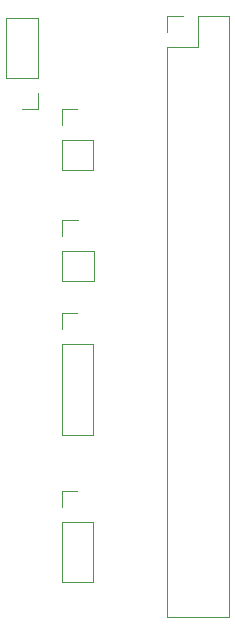
<source format=gto>
%TF.GenerationSoftware,KiCad,Pcbnew,7.0.2-6a45011f42~172~ubuntu20.04.1*%
%TF.CreationDate,2023-04-23T14:48:57-04:00*%
%TF.ProjectId,RPiHeaderAdapter,52506948-6561-4646-9572-416461707465,rev?*%
%TF.SameCoordinates,Original*%
%TF.FileFunction,Legend,Top*%
%TF.FilePolarity,Positive*%
%FSLAX46Y46*%
G04 Gerber Fmt 4.6, Leading zero omitted, Abs format (unit mm)*
G04 Created by KiCad (PCBNEW 7.0.2-6a45011f42~172~ubuntu20.04.1) date 2023-04-23 14:48:57*
%MOMM*%
%LPD*%
G01*
G04 APERTURE LIST*
%ADD10C,0.120000*%
%ADD11R,1.700000X1.700000*%
%ADD12O,1.700000X1.700000*%
G04 APERTURE END LIST*
D10*
X133544000Y-75935600D02*
X133544000Y-74605600D01*
X133544000Y-79805600D02*
X136204000Y-79805600D01*
X133544000Y-77205600D02*
X133544000Y-79805600D01*
X133544000Y-77205600D02*
X136204000Y-77205600D01*
X133544000Y-74605600D02*
X134874000Y-74605600D01*
X136204000Y-77205600D02*
X136204000Y-79805600D01*
X133467800Y-105281800D02*
X136127800Y-105281800D01*
X133467800Y-100141800D02*
X133467800Y-105281800D01*
X133467800Y-98871800D02*
X133467800Y-97541800D01*
X136127800Y-100141800D02*
X136127800Y-105281800D01*
X133467800Y-97541800D02*
X134797800Y-97541800D01*
X133467800Y-100141800D02*
X136127800Y-100141800D01*
X136127800Y-85115000D02*
X136127800Y-92795000D01*
X133467800Y-83845000D02*
X133467800Y-82515000D01*
X133467800Y-92795000D02*
X136127800Y-92795000D01*
X133467800Y-85115000D02*
X136127800Y-85115000D01*
X133467800Y-82515000D02*
X134797800Y-82515000D01*
X133467800Y-85115000D02*
X133467800Y-92795000D01*
X131454200Y-57471000D02*
X128794200Y-57471000D01*
X131454200Y-62611000D02*
X131454200Y-57471000D01*
X131454200Y-63881000D02*
X131454200Y-65211000D01*
X128794200Y-62611000D02*
X128794200Y-57471000D01*
X131454200Y-65211000D02*
X130124200Y-65211000D01*
X131454200Y-62611000D02*
X128794200Y-62611000D01*
X133467800Y-66532600D02*
X133467800Y-65202600D01*
X133467800Y-70402600D02*
X136127800Y-70402600D01*
X133467800Y-67802600D02*
X133467800Y-70402600D01*
X133467800Y-67802600D02*
X136127800Y-67802600D01*
X133467800Y-65202600D02*
X134797800Y-65202600D01*
X136127800Y-67802600D02*
X136127800Y-70402600D01*
X145008600Y-57318600D02*
X147608600Y-57318600D01*
X142408600Y-57318600D02*
X143738600Y-57318600D01*
X142408600Y-59918600D02*
X142408600Y-108238600D01*
X142408600Y-58648600D02*
X142408600Y-57318600D01*
X142408600Y-59918600D02*
X145008600Y-59918600D01*
X142408600Y-108238600D02*
X147608600Y-108238600D01*
X147608600Y-57318600D02*
X147608600Y-108238600D01*
X145008600Y-59918600D02*
X145008600Y-57318600D01*
%LPC*%
D11*
X134874000Y-75935600D03*
D12*
X134874000Y-78475600D03*
D11*
X134797800Y-98871800D03*
D12*
X134797800Y-101411800D03*
X134797800Y-103951800D03*
D11*
X134797800Y-83845000D03*
D12*
X134797800Y-86385000D03*
X134797800Y-88925000D03*
X134797800Y-91465000D03*
D11*
X130124200Y-63881000D03*
D12*
X130124200Y-61341000D03*
X130124200Y-58801000D03*
D11*
X134797800Y-66532600D03*
D12*
X134797800Y-69072600D03*
D11*
X143738600Y-58648600D03*
D12*
X146278600Y-58648600D03*
X143738600Y-61188600D03*
X146278600Y-61188600D03*
X143738600Y-63728600D03*
X146278600Y-63728600D03*
X143738600Y-66268600D03*
X146278600Y-66268600D03*
X143738600Y-68808600D03*
X146278600Y-68808600D03*
X143738600Y-71348600D03*
X146278600Y-71348600D03*
X143738600Y-73888600D03*
X146278600Y-73888600D03*
X143738600Y-76428600D03*
X146278600Y-76428600D03*
X143738600Y-78968600D03*
X146278600Y-78968600D03*
X143738600Y-81508600D03*
X146278600Y-81508600D03*
X143738600Y-84048600D03*
X146278600Y-84048600D03*
X143738600Y-86588600D03*
X146278600Y-86588600D03*
X143738600Y-89128600D03*
X146278600Y-89128600D03*
X143738600Y-91668600D03*
X146278600Y-91668600D03*
X143738600Y-94208600D03*
X146278600Y-94208600D03*
X143738600Y-96748600D03*
X146278600Y-96748600D03*
X143738600Y-99288600D03*
X146278600Y-99288600D03*
X143738600Y-101828600D03*
X146278600Y-101828600D03*
X143738600Y-104368600D03*
X146278600Y-104368600D03*
X143738600Y-106908600D03*
X146278600Y-106908600D03*
%LPD*%
M02*

</source>
